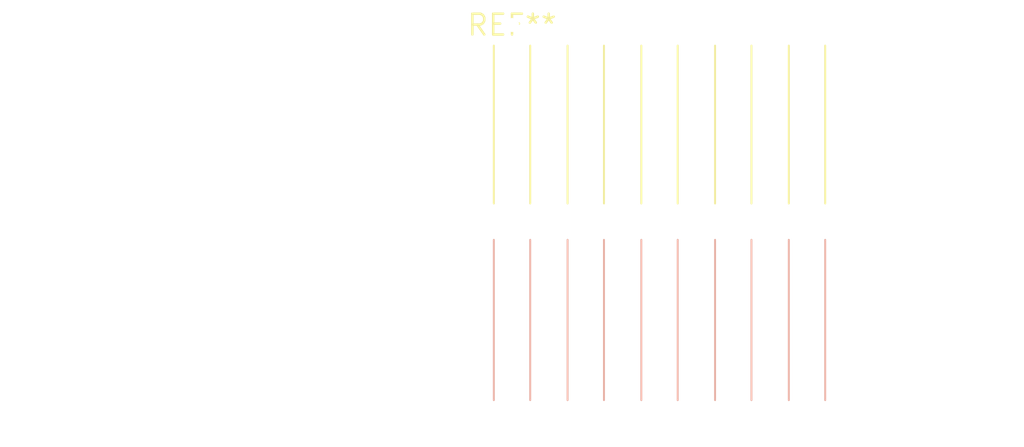
<source format=kicad_pcb>
(kicad_pcb (version 20240108) (generator pcbnew)
  (layers (0 "F.Cu" signal) (31 "B.Cu" signal) (34 "B.Paste" user) (35 "F.Paste" user) (36 "B.SilkS" user "B.Silkscreen") (37 "F.SilkS" user "F.Silkscreen") (38 "B.Mask" user) (39 "F.Mask" user) (44 "Edge.Cuts" user))
  (net 0 "")
  (footprint "SolderWire-0.25sqmm_1x05_P4.5mm_D0.65mm_OD2mm_Relief2x" (layer "F.Cu") (at 0 0)
    (property "Reference" "REF**")
    (property "Value" "SolderWire-0.25sqmm_1x05_P4.5mm_D0.65mm_OD2mm_Relief2x")
    (fp_line (start -1.11 13.11) (end -1.11 22.89) (layer "B.SilkS") (stroke (width 0.12)))
    (fp_line (start 1.11 13.11) (end 1.11 22.89) (layer "B.SilkS") (stroke (width 0.12)))
    (fp_line (start 3.39 13.11) (end 3.39 22.89) (layer "B.SilkS") (stroke (width 0.12)))
    (fp_line (start 5.61 13.11) (end 5.61 22.89) (layer "B.SilkS") (stroke (width 0.12)))
    (fp_line (start 7.89 13.11) (end 7.89 22.89) (layer "B.SilkS") (stroke (width 0.12)))
    (fp_line (start 10.11 13.11) (end 10.11 22.89) (layer "B.SilkS") (stroke (width 0.12)))
    (fp_line (start 12.39 13.11) (end 12.39 22.89) (layer "B.SilkS") (stroke (width 0.12)))
    (fp_line (start 14.61 13.11) (end 14.61 22.89) (layer "B.SilkS") (stroke (width 0.12)))
    (fp_line (start 16.89 13.11) (end 16.89 22.89) (layer "B.SilkS") (stroke (width 0.12)))
    (fp_line (start 19.11 13.11) (end 19.11 22.89) (layer "B.SilkS") (stroke (width 0.12)))
    (fp_line (start -1.11 1.26) (end -1.11 10.89) (layer "F.SilkS") (stroke (width 0.12)))
    (fp_line (start 1.11 1.26) (end 1.11 10.89) (layer "F.SilkS") (stroke (width 0.12)))
    (fp_line (start 3.39 1.26) (end 3.39 10.89) (layer "F.SilkS") (stroke (width 0.12)))
    (fp_line (start 5.61 1.26) (end 5.61 10.89) (layer "F.SilkS") (stroke (width 0.12)))
    (fp_line (start 7.89 1.26) (end 7.89 10.89) (layer "F.SilkS") (stroke (width 0.12)))
    (fp_line (start 10.11 1.26) (end 10.11 10.89) (layer "F.SilkS") (stroke (width 0.12)))
    (fp_line (start 12.39 1.26) (end 12.39 10.89) (layer "F.SilkS") (stroke (width 0.12)))
    (fp_line (start 14.61 1.26) (end 14.61 10.89) (layer "F.SilkS") (stroke (width 0.12)))
    (fp_line (start 16.89 1.26) (end 16.89 10.89) (layer "F.SilkS") (stroke (width 0.12)))
    (fp_line (start 19.11 1.26) (end 19.11 10.89) (layer "F.SilkS") (stroke (width 0.12)))
    (pad "" np_thru_hole circle (at 0 12) (size 2.5 2.5) (drill 2.5) (layers *.Cu *.Mask))
    (pad "" np_thru_hole circle (at 0 24) (size 2.5 2.5) (drill 2.5) (layers *.Cu *.Mask))
    (pad "" np_thru_hole circle (at 4.5 12) (size 2.5 2.5) (drill 2.5) (layers *.Cu *.Mask))
    (pad "" np_thru_hole circle (at 4.5 24) (size 2.5 2.5) (drill 2.5) (layers *.Cu *.Mask))
    (pad "" np_thru_hole circle (at 9 12) (size 2.5 2.5) (drill 2.5) (layers *.Cu *.Mask))
    (pad "" np_thru_hole circle (at 9 24) (size 2.5 2.5) (drill 2.5) (layers *.Cu *.Mask))
    (pad "" np_thru_hole circle (at 13.5 12) (size 2.5 2.5) (drill 2.5) (layers *.Cu *.Mask))
    (pad "" np_thru_hole circle (at 13.5 24) (size 2.5 2.5) (drill 2.5) (layers *.Cu *.Mask))
    (pad "" np_thru_hole circle (at 18 12) (size 2.5 2.5) (drill 2.5) (layers *.Cu *.Mask))
    (pad "" np_thru_hole circle (at 18 24) (size 2.5 2.5) (drill 2.5) (layers *.Cu *.Mask))
    (pad "1" thru_hole roundrect (at 0 0) (size 2 2) (drill 0.85) (layers *.Cu *.Mask) (remove_unused_layers) (roundrect_rratio 0.125))
    (pad "2" thru_hole circle (at 4.5 0) (size 2 2) (drill 0.85) (layers *.Cu *.Mask) (remove_unused_layers))
    (pad "3" thru_hole circle (at 9 0) (size 2 2) (drill 0.85) (layers *.Cu *.Mask) (remove_unused_layers))
    (pad "4" thru_hole circle (at 13.5 0) (size 2 2) (drill 0.85) (layers *.Cu *.Mask) (remove_unused_layers))
    (pad "5" thru_hole circle (at 18 0) (size 2 2) (drill 0.85) (layers *.Cu *.Mask) (remove_unused_layers))
  )
)
</source>
